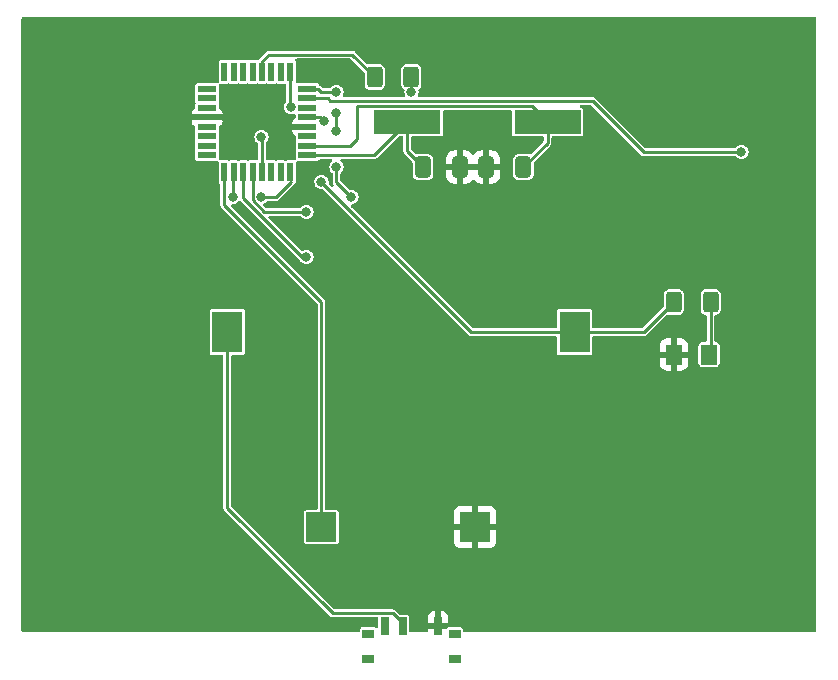
<source format=gbr>
%TF.GenerationSoftware,KiCad,Pcbnew,(6.0.0)*%
%TF.CreationDate,2022-03-26T12:46:50-04:00*%
%TF.ProjectId,old,6f6c642e-6b69-4636-9164-5f7063625858,rev?*%
%TF.SameCoordinates,Original*%
%TF.FileFunction,Copper,L2,Bot*%
%TF.FilePolarity,Positive*%
%FSLAX46Y46*%
G04 Gerber Fmt 4.6, Leading zero omitted, Abs format (unit mm)*
G04 Created by KiCad (PCBNEW (6.0.0)) date 2022-03-26 12:46:50*
%MOMM*%
%LPD*%
G01*
G04 APERTURE LIST*
G04 Aperture macros list*
%AMRoundRect*
0 Rectangle with rounded corners*
0 $1 Rounding radius*
0 $2 $3 $4 $5 $6 $7 $8 $9 X,Y pos of 4 corners*
0 Add a 4 corners polygon primitive as box body*
4,1,4,$2,$3,$4,$5,$6,$7,$8,$9,$2,$3,0*
0 Add four circle primitives for the rounded corners*
1,1,$1+$1,$2,$3*
1,1,$1+$1,$4,$5*
1,1,$1+$1,$6,$7*
1,1,$1+$1,$8,$9*
0 Add four rect primitives between the rounded corners*
20,1,$1+$1,$2,$3,$4,$5,0*
20,1,$1+$1,$4,$5,$6,$7,0*
20,1,$1+$1,$6,$7,$8,$9,0*
20,1,$1+$1,$8,$9,$2,$3,0*%
G04 Aperture macros list end*
%TA.AperFunction,SMDPad,CuDef*%
%ADD10R,5.620000X2.000000*%
%TD*%
%TA.AperFunction,SMDPad,CuDef*%
%ADD11R,2.500000X2.500000*%
%TD*%
%TA.AperFunction,SMDPad,CuDef*%
%ADD12R,0.700000X1.500000*%
%TD*%
%TA.AperFunction,SMDPad,CuDef*%
%ADD13R,1.000000X0.800000*%
%TD*%
%TA.AperFunction,SMDPad,CuDef*%
%ADD14RoundRect,0.250000X0.400000X0.625000X-0.400000X0.625000X-0.400000X-0.625000X0.400000X-0.625000X0*%
%TD*%
%TA.AperFunction,SMDPad,CuDef*%
%ADD15RoundRect,0.250000X0.412500X0.650000X-0.412500X0.650000X-0.412500X-0.650000X0.412500X-0.650000X0*%
%TD*%
%TA.AperFunction,SMDPad,CuDef*%
%ADD16RoundRect,0.250001X0.462499X0.624999X-0.462499X0.624999X-0.462499X-0.624999X0.462499X-0.624999X0*%
%TD*%
%TA.AperFunction,SMDPad,CuDef*%
%ADD17RoundRect,0.250000X-0.412500X-0.650000X0.412500X-0.650000X0.412500X0.650000X-0.412500X0.650000X0*%
%TD*%
%TA.AperFunction,SMDPad,CuDef*%
%ADD18RoundRect,0.250000X-0.400000X-0.625000X0.400000X-0.625000X0.400000X0.625000X-0.400000X0.625000X0*%
%TD*%
%TA.AperFunction,SMDPad,CuDef*%
%ADD19R,2.600000X3.500000*%
%TD*%
%TA.AperFunction,SMDPad,CuDef*%
%ADD20R,1.600000X0.550000*%
%TD*%
%TA.AperFunction,SMDPad,CuDef*%
%ADD21R,0.550000X1.600000*%
%TD*%
%TA.AperFunction,ViaPad*%
%ADD22C,0.800000*%
%TD*%
%TA.AperFunction,Conductor*%
%ADD23C,0.250000*%
%TD*%
G04 APERTURE END LIST*
D10*
%TO.P,Y1,1,1*%
%TO.N,xtalO*%
X145697500Y-80010000D03*
%TO.P,Y1,2,2*%
%TO.N,xtalI*%
X157572500Y-80010000D03*
%TD*%
D11*
%TO.P,LS1,1,1*%
%TO.N,Net-(LS1-Pad1)*%
X138430000Y-114300000D03*
%TO.P,LS1,2,2*%
%TO.N,GND*%
X151430000Y-114300000D03*
%TD*%
D12*
%TO.P,S1,A1,NO*%
%TO.N,GND*%
X148300000Y-122680000D03*
%TO.P,S1,B1,COM*%
%TO.N,Net-(BT1-Pad2)*%
X145300000Y-122680000D03*
%TO.P,S1,C1,NC*%
%TO.N,unconnected-(S1-PadC1)*%
X143800000Y-122680000D03*
D13*
%TO.P,S1,MP1,MP1*%
%TO.N,unconnected-(S1-PadMP1)*%
X149700000Y-123380000D03*
%TO.P,S1,MP2,MP2*%
%TO.N,unconnected-(S1-PadMP2)*%
X149700000Y-125480000D03*
%TO.P,S1,MP3,MP3*%
%TO.N,unconnected-(S1-PadMP3)*%
X142400000Y-125480000D03*
%TO.P,S1,MP4,MP4*%
%TO.N,unconnected-(S1-PadMP4)*%
X142400000Y-123380000D03*
%TD*%
D14*
%TO.P,R1,1*%
%TO.N,VCC*%
X146050000Y-76200000D03*
%TO.P,R1,2*%
%TO.N,Net-(R1-Pad2)*%
X142950000Y-76200000D03*
%TD*%
D15*
%TO.P,C2,1*%
%TO.N,xtalI*%
X155525000Y-83820000D03*
%TO.P,C2,2*%
%TO.N,GND*%
X152400000Y-83820000D03*
%TD*%
D16*
%TO.P,D5,1,K*%
%TO.N,Net-(D5-Pad1)*%
X171250000Y-99695000D03*
%TO.P,D5,2,A*%
%TO.N,GND*%
X168275000Y-99695000D03*
%TD*%
D17*
%TO.P,C1,1*%
%TO.N,xtalO*%
X147027500Y-83820000D03*
%TO.P,C1,2*%
%TO.N,GND*%
X150152500Y-83820000D03*
%TD*%
D18*
%TO.P,R6,1*%
%TO.N,VCC*%
X168275000Y-95250000D03*
%TO.P,R6,2*%
%TO.N,Net-(D5-Pad1)*%
X171375000Y-95250000D03*
%TD*%
D19*
%TO.P,BT1,1,+*%
%TO.N,VCC*%
X159857500Y-97790000D03*
%TO.P,BT1,2,-*%
%TO.N,Net-(BT1-Pad2)*%
X130457500Y-97790000D03*
%TD*%
D20*
%TO.P,U1,1,PD3*%
%TO.N,Net-(D2-Pad2)*%
X137247500Y-77210000D03*
%TO.P,U1,2,PD4*%
%TO.N,Net-(D3-Pad2)*%
X137247500Y-78010000D03*
%TO.P,U1,3,PE0*%
%TO.N,unconnected-(U1-Pad3)*%
X137247500Y-78810000D03*
%TO.P,U1,4,VCC*%
%TO.N,VCC*%
X137247500Y-79610000D03*
%TO.P,U1,5,GND*%
%TO.N,GND*%
X137247500Y-80410000D03*
%TO.P,U1,6,PE1*%
%TO.N,unconnected-(U1-Pad6)*%
X137247500Y-81210000D03*
%TO.P,U1,7,XTAL1/PB6*%
%TO.N,xtalI*%
X137247500Y-82010000D03*
%TO.P,U1,8,XTAL2/PB7*%
%TO.N,xtalO*%
X137247500Y-82810000D03*
D21*
%TO.P,U1,9,PD5*%
%TO.N,Net-(D4-Pad2)*%
X135797500Y-84260000D03*
%TO.P,U1,10,PD6*%
%TO.N,unconnected-(U1-Pad10)*%
X134997500Y-84260000D03*
%TO.P,U1,11,PD7*%
%TO.N,unconnected-(U1-Pad11)*%
X134197500Y-84260000D03*
%TO.P,U1,12,PB0*%
%TO.N,Net-(SW1-Pad1)*%
X133397500Y-84260000D03*
%TO.P,U1,13,PB1*%
%TO.N,Net-(SW2-Pad1)*%
X132597500Y-84260000D03*
%TO.P,U1,14,PB2*%
%TO.N,Net-(SW3-Pad1)*%
X131797500Y-84260000D03*
%TO.P,U1,15,PB3*%
%TO.N,Net-(SW4-Pad1)*%
X130997500Y-84260000D03*
%TO.P,U1,16,PB4*%
%TO.N,Net-(LS1-Pad1)*%
X130197500Y-84260000D03*
D20*
%TO.P,U1,17,PB5*%
%TO.N,unconnected-(U1-Pad17)*%
X128747500Y-82810000D03*
%TO.P,U1,18,AVCC*%
%TO.N,unconnected-(U1-Pad18)*%
X128747500Y-82010000D03*
%TO.P,U1,19,PE2*%
%TO.N,unconnected-(U1-Pad19)*%
X128747500Y-81210000D03*
%TO.P,U1,20,AREF*%
%TO.N,unconnected-(U1-Pad20)*%
X128747500Y-80410000D03*
%TO.P,U1,21,GND*%
%TO.N,GND*%
X128747500Y-79610000D03*
%TO.P,U1,22,PE3*%
%TO.N,unconnected-(U1-Pad22)*%
X128747500Y-78810000D03*
%TO.P,U1,23,PC0*%
%TO.N,unconnected-(U1-Pad23)*%
X128747500Y-78010000D03*
%TO.P,U1,24,PC1*%
%TO.N,unconnected-(U1-Pad24)*%
X128747500Y-77210000D03*
D21*
%TO.P,U1,25,PC2*%
%TO.N,unconnected-(U1-Pad25)*%
X130197500Y-75760000D03*
%TO.P,U1,26,PC3*%
%TO.N,unconnected-(U1-Pad26)*%
X130997500Y-75760000D03*
%TO.P,U1,27,PC4*%
%TO.N,unconnected-(U1-Pad27)*%
X131797500Y-75760000D03*
%TO.P,U1,28,PC5*%
%TO.N,unconnected-(U1-Pad28)*%
X132597500Y-75760000D03*
%TO.P,U1,29,~{RESET}/PC6*%
%TO.N,Net-(R1-Pad2)*%
X133397500Y-75760000D03*
%TO.P,U1,30,PD0*%
%TO.N,unconnected-(U1-Pad30)*%
X134197500Y-75760000D03*
%TO.P,U1,31,PD1*%
%TO.N,unconnected-(U1-Pad31)*%
X134997500Y-75760000D03*
%TO.P,U1,32,PD2*%
%TO.N,Net-(D1-Pad2)*%
X135797500Y-75760000D03*
%TD*%
D22*
%TO.N,VCC*%
X146050000Y-77470000D03*
%TO.N,Net-(D3-Pad2)*%
X173990000Y-82550000D03*
%TO.N,GND*%
X177800000Y-77470000D03*
X123190000Y-118110000D03*
X177800000Y-118110000D03*
X173990000Y-107950000D03*
X119380000Y-107950000D03*
X123190000Y-77470000D03*
X173990000Y-87630000D03*
X119380000Y-87630000D03*
%TO.N,Net-(D1-Pad2)*%
X135847998Y-78740000D03*
%TO.N,Net-(D2-Pad2)*%
X139700000Y-83820000D03*
X139700000Y-80734500D03*
X139700000Y-79285500D03*
X140970000Y-86360000D03*
X139700000Y-77470000D03*
%TO.N,Net-(D4-Pad2)*%
X133350000Y-86360000D03*
%TO.N,VCC*%
X138430000Y-85090000D03*
X138617345Y-79948776D03*
%TO.N,Net-(SW1-Pad1)*%
X133350000Y-81280000D03*
%TO.N,Net-(SW2-Pad1)*%
X137160000Y-87630000D03*
%TO.N,Net-(SW3-Pad1)*%
X137160000Y-91440000D03*
%TO.N,Net-(SW4-Pad1)*%
X130922000Y-86360000D03*
%TD*%
D23*
%TO.N,Net-(R1-Pad2)*%
X133397500Y-74882500D02*
X133397500Y-75760000D01*
X133985000Y-74295000D02*
X133397500Y-74882500D01*
X141045000Y-74295000D02*
X133985000Y-74295000D01*
X142950000Y-76200000D02*
X141045000Y-74295000D01*
%TO.N,VCC*%
X146050000Y-76200000D02*
X146050000Y-77470000D01*
%TO.N,Net-(D3-Pad2)*%
X165699022Y-82550000D02*
X173990000Y-82550000D01*
X161384991Y-78235969D02*
X165699022Y-82550000D01*
X139195969Y-78235969D02*
X161384991Y-78235969D01*
X137247500Y-78010000D02*
X138970000Y-78010000D01*
X138970000Y-78010000D02*
X139195969Y-78235969D01*
%TO.N,xtalO*%
X145697500Y-82490000D02*
X147027500Y-83820000D01*
X145697500Y-80010000D02*
X145697500Y-82490000D01*
%TO.N,xtalI*%
X157572500Y-81772500D02*
X155525000Y-83820000D01*
X157572500Y-80010000D02*
X157572500Y-81772500D01*
%TO.N,Net-(LS1-Pad1)*%
X138430000Y-95250000D02*
X138430000Y-114300000D01*
X130197500Y-87017500D02*
X130197500Y-84260000D01*
X138430000Y-95250000D02*
X130197500Y-87017500D01*
%TO.N,Net-(BT1-Pad2)*%
X145300000Y-122430978D02*
X145300000Y-122680000D01*
X144474511Y-121605489D02*
X145300000Y-122430978D01*
X130457500Y-112677500D02*
X139385489Y-121605489D01*
X139385489Y-121605489D02*
X144474511Y-121605489D01*
X130457500Y-97790000D02*
X130457500Y-112677500D01*
%TO.N,xtalO*%
X142897500Y-82810000D02*
X137247500Y-82810000D01*
X145697500Y-80010000D02*
X142897500Y-82810000D01*
%TO.N,xtalI*%
X157572500Y-80010000D02*
X156247989Y-78685489D01*
X140875000Y-82010000D02*
X137247500Y-82010000D01*
X156247989Y-78685489D02*
X141435489Y-78685489D01*
X141435489Y-81449511D02*
X140875000Y-82010000D01*
X141435489Y-78685489D02*
X141435489Y-81449511D01*
%TO.N,Net-(D1-Pad2)*%
X135847998Y-78740000D02*
X135797500Y-78689502D01*
X135797500Y-78689502D02*
X135797500Y-75760000D01*
%TO.N,Net-(D2-Pad2)*%
X139700000Y-79285500D02*
X139700000Y-80645000D01*
X138112011Y-77210000D02*
X137247500Y-77210000D01*
X139700000Y-77470000D02*
X138372011Y-77470000D01*
X138372011Y-77470000D02*
X138112011Y-77210000D01*
X139700000Y-85090000D02*
X139700000Y-83820000D01*
X139700000Y-80645000D02*
X139700000Y-80734500D01*
X140970000Y-86360000D02*
X139700000Y-85090000D01*
%TO.N,Net-(D4-Pad2)*%
X134620000Y-86360000D02*
X135890000Y-85090000D01*
X133350000Y-86360000D02*
X134620000Y-86360000D01*
%TO.N,VCC*%
X165735000Y-97790000D02*
X168275000Y-95250000D01*
X138430000Y-85090000D02*
X151130000Y-97790000D01*
X137247500Y-79610000D02*
X138278569Y-79610000D01*
X151130000Y-97790000D02*
X159857500Y-97790000D01*
X138278569Y-79610000D02*
X138617345Y-79948776D01*
X159857500Y-97790000D02*
X165735000Y-97790000D01*
%TO.N,Net-(SW1-Pad1)*%
X133350000Y-81280000D02*
X133397500Y-81327500D01*
X133397500Y-81327500D02*
X133397500Y-84260000D01*
%TO.N,Net-(SW2-Pad1)*%
X137160000Y-87630000D02*
X133595386Y-87630000D01*
X132597500Y-86632114D02*
X132597500Y-84260000D01*
X133595386Y-87630000D02*
X132597500Y-86632114D01*
%TO.N,Net-(SW3-Pad1)*%
X137160000Y-91440000D02*
X136769668Y-91440000D01*
X136769668Y-91440000D02*
X131797500Y-86467832D01*
X131797500Y-86467832D02*
X131797500Y-84260000D01*
%TO.N,Net-(SW4-Pad1)*%
X130922000Y-86360000D02*
X130922000Y-84335500D01*
X130922000Y-84335500D02*
X130997500Y-84260000D01*
%TO.N,Net-(D5-Pad1)*%
X171375000Y-95250000D02*
X171375000Y-99570000D01*
X171375000Y-99570000D02*
X171250000Y-99695000D01*
%TD*%
%TA.AperFunction,Conductor*%
%TO.N,GND*%
G36*
X180282121Y-71140002D02*
G01*
X180328614Y-71193658D01*
X180340000Y-71246000D01*
X180340000Y-123064000D01*
X180319998Y-123132121D01*
X180266342Y-123178614D01*
X180214000Y-123190000D01*
X150526500Y-123190000D01*
X150458379Y-123169998D01*
X150411886Y-123116342D01*
X150400500Y-123064000D01*
X150400500Y-122960252D01*
X150388867Y-122901769D01*
X150344552Y-122835448D01*
X150278231Y-122791133D01*
X150266062Y-122788712D01*
X150266061Y-122788712D01*
X150225816Y-122780707D01*
X150219748Y-122779500D01*
X149180252Y-122779500D01*
X149174184Y-122780707D01*
X149133939Y-122788712D01*
X149133938Y-122788712D01*
X149121769Y-122791133D01*
X149055448Y-122835448D01*
X149048557Y-122845761D01*
X149048554Y-122845764D01*
X149027012Y-122878003D01*
X148972535Y-122923530D01*
X148922248Y-122934000D01*
X147460116Y-122934000D01*
X147444877Y-122938475D01*
X147443672Y-122939865D01*
X147442001Y-122947548D01*
X147442001Y-123064000D01*
X147421999Y-123132121D01*
X147368343Y-123178614D01*
X147316001Y-123190000D01*
X145976500Y-123190000D01*
X145908379Y-123169998D01*
X145861886Y-123116342D01*
X145850500Y-123064000D01*
X145850500Y-122407885D01*
X147442000Y-122407885D01*
X147446475Y-122423124D01*
X147447865Y-122424329D01*
X147455548Y-122426000D01*
X148027885Y-122426000D01*
X148043124Y-122421525D01*
X148044329Y-122420135D01*
X148046000Y-122412452D01*
X148046000Y-122407885D01*
X148554000Y-122407885D01*
X148558475Y-122423124D01*
X148559865Y-122424329D01*
X148567548Y-122426000D01*
X149139884Y-122426000D01*
X149155123Y-122421525D01*
X149156328Y-122420135D01*
X149157999Y-122412452D01*
X149157999Y-121885331D01*
X149157629Y-121878510D01*
X149152105Y-121827648D01*
X149148479Y-121812396D01*
X149103324Y-121691946D01*
X149094786Y-121676351D01*
X149018285Y-121574276D01*
X149005724Y-121561715D01*
X148903649Y-121485214D01*
X148888054Y-121476676D01*
X148767606Y-121431522D01*
X148752351Y-121427895D01*
X148701486Y-121422369D01*
X148694672Y-121422000D01*
X148572115Y-121422000D01*
X148556876Y-121426475D01*
X148555671Y-121427865D01*
X148554000Y-121435548D01*
X148554000Y-122407885D01*
X148046000Y-122407885D01*
X148046000Y-121440116D01*
X148041525Y-121424877D01*
X148040135Y-121423672D01*
X148032452Y-121422001D01*
X147905331Y-121422001D01*
X147898510Y-121422371D01*
X147847648Y-121427895D01*
X147832396Y-121431521D01*
X147711946Y-121476676D01*
X147696351Y-121485214D01*
X147594276Y-121561715D01*
X147581715Y-121574276D01*
X147505214Y-121676351D01*
X147496676Y-121691946D01*
X147451522Y-121812394D01*
X147447895Y-121827649D01*
X147442369Y-121878514D01*
X147442000Y-121885328D01*
X147442000Y-122407885D01*
X145850500Y-122407885D01*
X145850500Y-121910252D01*
X145845166Y-121883434D01*
X145841288Y-121863939D01*
X145841288Y-121863938D01*
X145838867Y-121851769D01*
X145794552Y-121785448D01*
X145728231Y-121741133D01*
X145716062Y-121738712D01*
X145716061Y-121738712D01*
X145675816Y-121730707D01*
X145669748Y-121729500D01*
X145111038Y-121729500D01*
X145042917Y-121709498D01*
X145021943Y-121692595D01*
X144718622Y-121389274D01*
X144711195Y-121381170D01*
X144694052Y-121360740D01*
X144694053Y-121360740D01*
X144686966Y-121352295D01*
X144677417Y-121346782D01*
X144654326Y-121333450D01*
X144645055Y-121327544D01*
X144623226Y-121312259D01*
X144614195Y-121305935D01*
X144603545Y-121303081D01*
X144600377Y-121301604D01*
X144597101Y-121300412D01*
X144587556Y-121294901D01*
X144553812Y-121288951D01*
X144550453Y-121288359D01*
X144539726Y-121285981D01*
X144503318Y-121276225D01*
X144492333Y-121277186D01*
X144492331Y-121277186D01*
X144465783Y-121279509D01*
X144454801Y-121279989D01*
X139572505Y-121279989D01*
X139504384Y-121259987D01*
X139483410Y-121243084D01*
X130819905Y-112579579D01*
X130785879Y-112517267D01*
X130783000Y-112490484D01*
X130783000Y-99866500D01*
X130803002Y-99798379D01*
X130856658Y-99751886D01*
X130909000Y-99740500D01*
X131777248Y-99740500D01*
X131783316Y-99739293D01*
X131823561Y-99731288D01*
X131823562Y-99731288D01*
X131835731Y-99728867D01*
X131902052Y-99684552D01*
X131946367Y-99618231D01*
X131958000Y-99559748D01*
X131958000Y-96020252D01*
X131946367Y-95961769D01*
X131902052Y-95895448D01*
X131835731Y-95851133D01*
X131823562Y-95848712D01*
X131823561Y-95848712D01*
X131783316Y-95840707D01*
X131777248Y-95839500D01*
X129137752Y-95839500D01*
X129131684Y-95840707D01*
X129091439Y-95848712D01*
X129091438Y-95848712D01*
X129079269Y-95851133D01*
X129012948Y-95895448D01*
X128968633Y-95961769D01*
X128957000Y-96020252D01*
X128957000Y-99559748D01*
X128968633Y-99618231D01*
X129012948Y-99684552D01*
X129079269Y-99728867D01*
X129091438Y-99731288D01*
X129091439Y-99731288D01*
X129131684Y-99739293D01*
X129137752Y-99740500D01*
X130006000Y-99740500D01*
X130074121Y-99760502D01*
X130120614Y-99814158D01*
X130132000Y-99866500D01*
X130132000Y-112657790D01*
X130131520Y-112668772D01*
X130129289Y-112694276D01*
X130128236Y-112706307D01*
X130137991Y-112742710D01*
X130140370Y-112753442D01*
X130146912Y-112790545D01*
X130152423Y-112800090D01*
X130153615Y-112803366D01*
X130155092Y-112806534D01*
X130157946Y-112817184D01*
X130164270Y-112826215D01*
X130179555Y-112848044D01*
X130185461Y-112857315D01*
X130198793Y-112880406D01*
X130204306Y-112889955D01*
X130222770Y-112905448D01*
X130233182Y-112914185D01*
X130241285Y-112921611D01*
X139141378Y-121821704D01*
X139148805Y-121829808D01*
X139173034Y-121858683D01*
X139182583Y-121864196D01*
X139205674Y-121877528D01*
X139214945Y-121883434D01*
X139245805Y-121905043D01*
X139256456Y-121907897D01*
X139259629Y-121909377D01*
X139262901Y-121910568D01*
X139272444Y-121916077D01*
X139309565Y-121922623D01*
X139320272Y-121924997D01*
X139356682Y-121934752D01*
X139367657Y-121933792D01*
X139367659Y-121933792D01*
X139394220Y-121931468D01*
X139405201Y-121930989D01*
X143123500Y-121930989D01*
X143191621Y-121950991D01*
X143238114Y-122004647D01*
X143249500Y-122056989D01*
X143249500Y-122739628D01*
X143229498Y-122807749D01*
X143175842Y-122854242D01*
X143105568Y-122864346D01*
X143045544Y-122836933D01*
X143044552Y-122835448D01*
X142978231Y-122791133D01*
X142966062Y-122788712D01*
X142966061Y-122788712D01*
X142925816Y-122780707D01*
X142919748Y-122779500D01*
X141880252Y-122779500D01*
X141874184Y-122780707D01*
X141833939Y-122788712D01*
X141833938Y-122788712D01*
X141821769Y-122791133D01*
X141755448Y-122835448D01*
X141711133Y-122901769D01*
X141699500Y-122960252D01*
X141699500Y-123064000D01*
X141679498Y-123132121D01*
X141625842Y-123178614D01*
X141573500Y-123190000D01*
X113156000Y-123190000D01*
X113087879Y-123169998D01*
X113041386Y-123116342D01*
X113030000Y-123064000D01*
X113030000Y-79337885D01*
X127439500Y-79337885D01*
X127443975Y-79353124D01*
X127445365Y-79354329D01*
X127453048Y-79356000D01*
X130037384Y-79356000D01*
X130052623Y-79351525D01*
X130053828Y-79350135D01*
X130055499Y-79342452D01*
X130055499Y-79290331D01*
X130055129Y-79283510D01*
X130049605Y-79232648D01*
X130045979Y-79217396D01*
X130000824Y-79096946D01*
X129992286Y-79081351D01*
X129915785Y-78979276D01*
X129903224Y-78966715D01*
X129798435Y-78888180D01*
X129755920Y-78831321D01*
X129748000Y-78787354D01*
X129748000Y-78515252D01*
X129736367Y-78456769D01*
X129733774Y-78452888D01*
X129726757Y-78387630D01*
X129732004Y-78369761D01*
X129736367Y-78363231D01*
X129748000Y-78304748D01*
X129748000Y-77715252D01*
X129736367Y-77656769D01*
X129733774Y-77652888D01*
X129726757Y-77587630D01*
X129732004Y-77569761D01*
X129736367Y-77563231D01*
X129748000Y-77504748D01*
X129748000Y-76915252D01*
X129746363Y-76907023D01*
X129746467Y-76905869D01*
X129746186Y-76903021D01*
X129746726Y-76902968D01*
X129752690Y-76836311D01*
X129796244Y-76780243D01*
X129863196Y-76756623D01*
X129894520Y-76758863D01*
X129902752Y-76760500D01*
X130492248Y-76760500D01*
X130550731Y-76748867D01*
X130554612Y-76746274D01*
X130619870Y-76739257D01*
X130637739Y-76744504D01*
X130644269Y-76748867D01*
X130702752Y-76760500D01*
X131292248Y-76760500D01*
X131350731Y-76748867D01*
X131354612Y-76746274D01*
X131419870Y-76739257D01*
X131437739Y-76744504D01*
X131444269Y-76748867D01*
X131502752Y-76760500D01*
X132092248Y-76760500D01*
X132150731Y-76748867D01*
X132154612Y-76746274D01*
X132219870Y-76739257D01*
X132237739Y-76744504D01*
X132244269Y-76748867D01*
X132302752Y-76760500D01*
X132892248Y-76760500D01*
X132950731Y-76748867D01*
X132954612Y-76746274D01*
X133019870Y-76739257D01*
X133037739Y-76744504D01*
X133044269Y-76748867D01*
X133102752Y-76760500D01*
X133692248Y-76760500D01*
X133750731Y-76748867D01*
X133754612Y-76746274D01*
X133819870Y-76739257D01*
X133837739Y-76744504D01*
X133844269Y-76748867D01*
X133902752Y-76760500D01*
X134492248Y-76760500D01*
X134550731Y-76748867D01*
X134554612Y-76746274D01*
X134619870Y-76739257D01*
X134637739Y-76744504D01*
X134644269Y-76748867D01*
X134702752Y-76760500D01*
X135292248Y-76760500D01*
X135298311Y-76759294D01*
X135298321Y-76759293D01*
X135321421Y-76754698D01*
X135392134Y-76761027D01*
X135448201Y-76804582D01*
X135472000Y-76878277D01*
X135472000Y-78209463D01*
X135451998Y-78277584D01*
X135431317Y-78300064D01*
X135432106Y-78300853D01*
X135426269Y-78306690D01*
X135419716Y-78311718D01*
X135323462Y-78437159D01*
X135262954Y-78583238D01*
X135242316Y-78740000D01*
X135262954Y-78896762D01*
X135323462Y-79042841D01*
X135419716Y-79168282D01*
X135545157Y-79264536D01*
X135691236Y-79325044D01*
X135847998Y-79345682D01*
X135856186Y-79344604D01*
X135859468Y-79344172D01*
X136004760Y-79325044D01*
X136072783Y-79296868D01*
X136143371Y-79289279D01*
X136206858Y-79321058D01*
X136243086Y-79382116D01*
X136247000Y-79413277D01*
X136247000Y-79587354D01*
X136226998Y-79655475D01*
X136196565Y-79688180D01*
X136091776Y-79766715D01*
X136079215Y-79779276D01*
X136002714Y-79881351D01*
X135994176Y-79896946D01*
X135949022Y-80017394D01*
X135945395Y-80032649D01*
X135939869Y-80083514D01*
X135939500Y-80090328D01*
X135939500Y-80137885D01*
X135943975Y-80153124D01*
X135945365Y-80154329D01*
X135953048Y-80156000D01*
X137375500Y-80156000D01*
X137443621Y-80176002D01*
X137490114Y-80229658D01*
X137501500Y-80282000D01*
X137501500Y-80538000D01*
X137481498Y-80606121D01*
X137427842Y-80652614D01*
X137375500Y-80664000D01*
X135957616Y-80664000D01*
X135942377Y-80668475D01*
X135941172Y-80669865D01*
X135939501Y-80677548D01*
X135939501Y-80729669D01*
X135939871Y-80736490D01*
X135945395Y-80787352D01*
X135949021Y-80802604D01*
X135994176Y-80923054D01*
X136002714Y-80938649D01*
X136079215Y-81040724D01*
X136091776Y-81053285D01*
X136196565Y-81131820D01*
X136239080Y-81188679D01*
X136247000Y-81232646D01*
X136247000Y-81504748D01*
X136258633Y-81563231D01*
X136261226Y-81567112D01*
X136268243Y-81632370D01*
X136262996Y-81650239D01*
X136258633Y-81656769D01*
X136247000Y-81715252D01*
X136247000Y-82304748D01*
X136258633Y-82363231D01*
X136261226Y-82367112D01*
X136268243Y-82432370D01*
X136262996Y-82450239D01*
X136258633Y-82456769D01*
X136247000Y-82515252D01*
X136247000Y-83104748D01*
X136248637Y-83112977D01*
X136248533Y-83114131D01*
X136248814Y-83116979D01*
X136248274Y-83117032D01*
X136242310Y-83183689D01*
X136198756Y-83239757D01*
X136131804Y-83263377D01*
X136100480Y-83261137D01*
X136092248Y-83259500D01*
X135502752Y-83259500D01*
X135444269Y-83271133D01*
X135440388Y-83273726D01*
X135375130Y-83280743D01*
X135357261Y-83275496D01*
X135350731Y-83271133D01*
X135292248Y-83259500D01*
X134702752Y-83259500D01*
X134644269Y-83271133D01*
X134640388Y-83273726D01*
X134575130Y-83280743D01*
X134557261Y-83275496D01*
X134550731Y-83271133D01*
X134492248Y-83259500D01*
X133902752Y-83259500D01*
X133896689Y-83260706D01*
X133896679Y-83260707D01*
X133873579Y-83265302D01*
X133802866Y-83258973D01*
X133746799Y-83215418D01*
X133723000Y-83141723D01*
X133723000Y-81812838D01*
X133743002Y-81744717D01*
X133766221Y-81719480D01*
X133765891Y-81719150D01*
X133771737Y-81713304D01*
X133778282Y-81708282D01*
X133874536Y-81582841D01*
X133935044Y-81436762D01*
X133955682Y-81280000D01*
X133935044Y-81123238D01*
X133874536Y-80977159D01*
X133778282Y-80851718D01*
X133652841Y-80755464D01*
X133506762Y-80694956D01*
X133350000Y-80674318D01*
X133193238Y-80694956D01*
X133047159Y-80755464D01*
X132921718Y-80851718D01*
X132825464Y-80977159D01*
X132764956Y-81123238D01*
X132744318Y-81280000D01*
X132764956Y-81436762D01*
X132825464Y-81582841D01*
X132921718Y-81708282D01*
X132928264Y-81713305D01*
X133022704Y-81785771D01*
X133064571Y-81843109D01*
X133072000Y-81885734D01*
X133072000Y-83141723D01*
X133051998Y-83209844D01*
X132998342Y-83256337D01*
X132921421Y-83265302D01*
X132898321Y-83260707D01*
X132898311Y-83260706D01*
X132892248Y-83259500D01*
X132302752Y-83259500D01*
X132244269Y-83271133D01*
X132240388Y-83273726D01*
X132175130Y-83280743D01*
X132157261Y-83275496D01*
X132150731Y-83271133D01*
X132092248Y-83259500D01*
X131502752Y-83259500D01*
X131444269Y-83271133D01*
X131440388Y-83273726D01*
X131375130Y-83280743D01*
X131357261Y-83275496D01*
X131350731Y-83271133D01*
X131292248Y-83259500D01*
X130702752Y-83259500D01*
X130644269Y-83271133D01*
X130640388Y-83273726D01*
X130575130Y-83280743D01*
X130557261Y-83275496D01*
X130550731Y-83271133D01*
X130492248Y-83259500D01*
X129902752Y-83259500D01*
X129894523Y-83261137D01*
X129893369Y-83261033D01*
X129890521Y-83261314D01*
X129890468Y-83260774D01*
X129823811Y-83254810D01*
X129767743Y-83211256D01*
X129744123Y-83144304D01*
X129746363Y-83112980D01*
X129748000Y-83104748D01*
X129748000Y-82515252D01*
X129736367Y-82456769D01*
X129733774Y-82452888D01*
X129726757Y-82387630D01*
X129732004Y-82369761D01*
X129736367Y-82363231D01*
X129748000Y-82304748D01*
X129748000Y-81715252D01*
X129736367Y-81656769D01*
X129733774Y-81652888D01*
X129726757Y-81587630D01*
X129732004Y-81569761D01*
X129736367Y-81563231D01*
X129748000Y-81504748D01*
X129748000Y-80915252D01*
X129736367Y-80856769D01*
X129733774Y-80852888D01*
X129726757Y-80787630D01*
X129732004Y-80769761D01*
X129736367Y-80763231D01*
X129748000Y-80704748D01*
X129748000Y-80432646D01*
X129768002Y-80364525D01*
X129798435Y-80331820D01*
X129903224Y-80253285D01*
X129915785Y-80240724D01*
X129992286Y-80138649D01*
X130000824Y-80123054D01*
X130045978Y-80002606D01*
X130049605Y-79987351D01*
X130055131Y-79936486D01*
X130055500Y-79929672D01*
X130055500Y-79882115D01*
X130051025Y-79866876D01*
X130049635Y-79865671D01*
X130041952Y-79864000D01*
X127457616Y-79864000D01*
X127442377Y-79868475D01*
X127441172Y-79869865D01*
X127439501Y-79877548D01*
X127439501Y-79929669D01*
X127439871Y-79936490D01*
X127445395Y-79987352D01*
X127449021Y-80002604D01*
X127494176Y-80123054D01*
X127502714Y-80138649D01*
X127579215Y-80240724D01*
X127591776Y-80253285D01*
X127696565Y-80331820D01*
X127739080Y-80388679D01*
X127747000Y-80432646D01*
X127747000Y-80704748D01*
X127758633Y-80763231D01*
X127761226Y-80767112D01*
X127768243Y-80832370D01*
X127762996Y-80850239D01*
X127758633Y-80856769D01*
X127747000Y-80915252D01*
X127747000Y-81504748D01*
X127758633Y-81563231D01*
X127761226Y-81567112D01*
X127768243Y-81632370D01*
X127762996Y-81650239D01*
X127758633Y-81656769D01*
X127747000Y-81715252D01*
X127747000Y-82304748D01*
X127758633Y-82363231D01*
X127761226Y-82367112D01*
X127768243Y-82432370D01*
X127762996Y-82450239D01*
X127758633Y-82456769D01*
X127747000Y-82515252D01*
X127747000Y-83104748D01*
X127748206Y-83110809D01*
X127748207Y-83110816D01*
X127755200Y-83145970D01*
X127758633Y-83163231D01*
X127802948Y-83229552D01*
X127813261Y-83236443D01*
X127850218Y-83261137D01*
X127869269Y-83273867D01*
X127881438Y-83276288D01*
X127881439Y-83276288D01*
X127908261Y-83281623D01*
X127927752Y-83285500D01*
X129567248Y-83285500D01*
X129575477Y-83283863D01*
X129576631Y-83283967D01*
X129579479Y-83283686D01*
X129579532Y-83284226D01*
X129646189Y-83290190D01*
X129702257Y-83333744D01*
X129725877Y-83400696D01*
X129723637Y-83432020D01*
X129722000Y-83440252D01*
X129722000Y-85079748D01*
X129733633Y-85138231D01*
X129777948Y-85204552D01*
X129788261Y-85211443D01*
X129816003Y-85229980D01*
X129861530Y-85284458D01*
X129872000Y-85334745D01*
X129872000Y-86997790D01*
X129871520Y-87008772D01*
X129870066Y-87025396D01*
X129868236Y-87046307D01*
X129871090Y-87056956D01*
X129877991Y-87082710D01*
X129880370Y-87093442D01*
X129886912Y-87130545D01*
X129892423Y-87140090D01*
X129893615Y-87143366D01*
X129895092Y-87146534D01*
X129897946Y-87157184D01*
X129904270Y-87166215D01*
X129919555Y-87188044D01*
X129925461Y-87197315D01*
X129931783Y-87208264D01*
X129944306Y-87229955D01*
X129952751Y-87237041D01*
X129973182Y-87254185D01*
X129981285Y-87261611D01*
X138067595Y-95347921D01*
X138101621Y-95410233D01*
X138104500Y-95437016D01*
X138104500Y-112723500D01*
X138084498Y-112791621D01*
X138030842Y-112838114D01*
X137978500Y-112849500D01*
X137160252Y-112849500D01*
X137154184Y-112850707D01*
X137113939Y-112858712D01*
X137113938Y-112858712D01*
X137101769Y-112861133D01*
X137035448Y-112905448D01*
X136991133Y-112971769D01*
X136979500Y-113030252D01*
X136979500Y-115569748D01*
X136991133Y-115628231D01*
X137035448Y-115694552D01*
X137101769Y-115738867D01*
X137113938Y-115741288D01*
X137113939Y-115741288D01*
X137154184Y-115749293D01*
X137160252Y-115750500D01*
X139699748Y-115750500D01*
X139705816Y-115749293D01*
X139746061Y-115741288D01*
X139746062Y-115741288D01*
X139758231Y-115738867D01*
X139824552Y-115694552D01*
X139868867Y-115628231D01*
X139875543Y-115594669D01*
X149672001Y-115594669D01*
X149672371Y-115601490D01*
X149677895Y-115652352D01*
X149681521Y-115667604D01*
X149726676Y-115788054D01*
X149735214Y-115803649D01*
X149811715Y-115905724D01*
X149824276Y-115918285D01*
X149926351Y-115994786D01*
X149941946Y-116003324D01*
X150062394Y-116048478D01*
X150077649Y-116052105D01*
X150128514Y-116057631D01*
X150135328Y-116058000D01*
X151157885Y-116058000D01*
X151173124Y-116053525D01*
X151174329Y-116052135D01*
X151176000Y-116044452D01*
X151176000Y-116039884D01*
X151684000Y-116039884D01*
X151688475Y-116055123D01*
X151689865Y-116056328D01*
X151697548Y-116057999D01*
X152724669Y-116057999D01*
X152731490Y-116057629D01*
X152782352Y-116052105D01*
X152797604Y-116048479D01*
X152918054Y-116003324D01*
X152933649Y-115994786D01*
X153035724Y-115918285D01*
X153048285Y-115905724D01*
X153124786Y-115803649D01*
X153133324Y-115788054D01*
X153178478Y-115667606D01*
X153182105Y-115652351D01*
X153187631Y-115601486D01*
X153188000Y-115594672D01*
X153188000Y-114572115D01*
X153183525Y-114556876D01*
X153182135Y-114555671D01*
X153174452Y-114554000D01*
X151702115Y-114554000D01*
X151686876Y-114558475D01*
X151685671Y-114559865D01*
X151684000Y-114567548D01*
X151684000Y-116039884D01*
X151176000Y-116039884D01*
X151176000Y-114572115D01*
X151171525Y-114556876D01*
X151170135Y-114555671D01*
X151162452Y-114554000D01*
X149690116Y-114554000D01*
X149674877Y-114558475D01*
X149673672Y-114559865D01*
X149672001Y-114567548D01*
X149672001Y-115594669D01*
X139875543Y-115594669D01*
X139880500Y-115569748D01*
X139880500Y-114027885D01*
X149672000Y-114027885D01*
X149676475Y-114043124D01*
X149677865Y-114044329D01*
X149685548Y-114046000D01*
X151157885Y-114046000D01*
X151173124Y-114041525D01*
X151174329Y-114040135D01*
X151176000Y-114032452D01*
X151176000Y-114027885D01*
X151684000Y-114027885D01*
X151688475Y-114043124D01*
X151689865Y-114044329D01*
X151697548Y-114046000D01*
X153169884Y-114046000D01*
X153185123Y-114041525D01*
X153186328Y-114040135D01*
X153187999Y-114032452D01*
X153187999Y-113005331D01*
X153187629Y-112998510D01*
X153182105Y-112947648D01*
X153178479Y-112932396D01*
X153133324Y-112811946D01*
X153124786Y-112796351D01*
X153048285Y-112694276D01*
X153035724Y-112681715D01*
X152933649Y-112605214D01*
X152918054Y-112596676D01*
X152797606Y-112551522D01*
X152782351Y-112547895D01*
X152731486Y-112542369D01*
X152724672Y-112542000D01*
X151702115Y-112542000D01*
X151686876Y-112546475D01*
X151685671Y-112547865D01*
X151684000Y-112555548D01*
X151684000Y-114027885D01*
X151176000Y-114027885D01*
X151176000Y-112560116D01*
X151171525Y-112544877D01*
X151170135Y-112543672D01*
X151162452Y-112542001D01*
X150135331Y-112542001D01*
X150128510Y-112542371D01*
X150077648Y-112547895D01*
X150062396Y-112551521D01*
X149941946Y-112596676D01*
X149926351Y-112605214D01*
X149824276Y-112681715D01*
X149811715Y-112694276D01*
X149735214Y-112796351D01*
X149726676Y-112811946D01*
X149681522Y-112932394D01*
X149677895Y-112947649D01*
X149672369Y-112998514D01*
X149672000Y-113005328D01*
X149672000Y-114027885D01*
X139880500Y-114027885D01*
X139880500Y-113030252D01*
X139868867Y-112971769D01*
X139824552Y-112905448D01*
X139758231Y-112861133D01*
X139746062Y-112858712D01*
X139746061Y-112858712D01*
X139705816Y-112850707D01*
X139699748Y-112849500D01*
X138881500Y-112849500D01*
X138813379Y-112829498D01*
X138766886Y-112775842D01*
X138755500Y-112723500D01*
X138755500Y-100367096D01*
X167054500Y-100367096D01*
X167054837Y-100373611D01*
X167064756Y-100469203D01*
X167067650Y-100482602D01*
X167119088Y-100636783D01*
X167125262Y-100649962D01*
X167210563Y-100787807D01*
X167219599Y-100799208D01*
X167334330Y-100913739D01*
X167345741Y-100922751D01*
X167483745Y-101007818D01*
X167496923Y-101013962D01*
X167651216Y-101065139D01*
X167664581Y-101068005D01*
X167758939Y-101077672D01*
X167765355Y-101078000D01*
X168002885Y-101078000D01*
X168018124Y-101073525D01*
X168019329Y-101072135D01*
X168021000Y-101064452D01*
X168021000Y-101059885D01*
X168529000Y-101059885D01*
X168533475Y-101075124D01*
X168534865Y-101076329D01*
X168542548Y-101078000D01*
X168784596Y-101078000D01*
X168791111Y-101077663D01*
X168886703Y-101067744D01*
X168900102Y-101064850D01*
X169054283Y-101013412D01*
X169067462Y-101007238D01*
X169205307Y-100921937D01*
X169216708Y-100912901D01*
X169331239Y-100798170D01*
X169340251Y-100786759D01*
X169425318Y-100648755D01*
X169431462Y-100635577D01*
X169482639Y-100481284D01*
X169485505Y-100467919D01*
X169495172Y-100373561D01*
X169495500Y-100367145D01*
X169495500Y-99967115D01*
X169491025Y-99951876D01*
X169489635Y-99950671D01*
X169481952Y-99949000D01*
X168547115Y-99949000D01*
X168531876Y-99953475D01*
X168530671Y-99954865D01*
X168529000Y-99962548D01*
X168529000Y-101059885D01*
X168021000Y-101059885D01*
X168021000Y-99967115D01*
X168016525Y-99951876D01*
X168015135Y-99950671D01*
X168007452Y-99949000D01*
X167072615Y-99949000D01*
X167057376Y-99953475D01*
X167056171Y-99954865D01*
X167054500Y-99962548D01*
X167054500Y-100367096D01*
X138755500Y-100367096D01*
X138755500Y-95269713D01*
X138755979Y-95258732D01*
X138758303Y-95232170D01*
X138758303Y-95232168D01*
X138759263Y-95221193D01*
X138749508Y-95184783D01*
X138747133Y-95174072D01*
X138742501Y-95147806D01*
X138740588Y-95136955D01*
X138735079Y-95127412D01*
X138733888Y-95124140D01*
X138732408Y-95120967D01*
X138729554Y-95110316D01*
X138707945Y-95079456D01*
X138702039Y-95070185D01*
X138688707Y-95047094D01*
X138683194Y-95037545D01*
X138654317Y-95013315D01*
X138646215Y-95005889D01*
X130820025Y-87179699D01*
X130785999Y-87117387D01*
X130791064Y-87046572D01*
X130833611Y-86989736D01*
X130900131Y-86964925D01*
X130909120Y-86964604D01*
X130913812Y-86964604D01*
X130922000Y-86965682D01*
X130930188Y-86964604D01*
X131070574Y-86946122D01*
X131078762Y-86945044D01*
X131224841Y-86884536D01*
X131350282Y-86788282D01*
X131355305Y-86781736D01*
X131355309Y-86781732D01*
X131396259Y-86728365D01*
X131453597Y-86686498D01*
X131524468Y-86682276D01*
X131585316Y-86715974D01*
X136525567Y-91656225D01*
X136532995Y-91664331D01*
X136557213Y-91693194D01*
X136589852Y-91712038D01*
X136599114Y-91717938D01*
X136620489Y-91732904D01*
X136648180Y-91759413D01*
X136726692Y-91861733D01*
X136726695Y-91861736D01*
X136731718Y-91868282D01*
X136857159Y-91964536D01*
X137003238Y-92025044D01*
X137160000Y-92045682D01*
X137168188Y-92044604D01*
X137308574Y-92026122D01*
X137316762Y-92025044D01*
X137462841Y-91964536D01*
X137588282Y-91868282D01*
X137684536Y-91742841D01*
X137745044Y-91596762D01*
X137765682Y-91440000D01*
X137745044Y-91283238D01*
X137684536Y-91137159D01*
X137588282Y-91011718D01*
X137462841Y-90915464D01*
X137316762Y-90854956D01*
X137160000Y-90834318D01*
X137003238Y-90854956D01*
X136995609Y-90858116D01*
X136864787Y-90912304D01*
X136864785Y-90912305D01*
X136857159Y-90915464D01*
X136850612Y-90920488D01*
X136845500Y-90923439D01*
X136776504Y-90940175D01*
X136709413Y-90916953D01*
X136693408Y-90903413D01*
X133960589Y-88170595D01*
X133926563Y-88108283D01*
X133931628Y-88037468D01*
X133974175Y-87980632D01*
X134040695Y-87955821D01*
X134049684Y-87955500D01*
X136590714Y-87955500D01*
X136658835Y-87975502D01*
X136690677Y-88004796D01*
X136731718Y-88058282D01*
X136857159Y-88154536D01*
X137003238Y-88215044D01*
X137160000Y-88235682D01*
X137168188Y-88234604D01*
X137308574Y-88216122D01*
X137316762Y-88215044D01*
X137462841Y-88154536D01*
X137588282Y-88058282D01*
X137684536Y-87932841D01*
X137745044Y-87786762D01*
X137765682Y-87630000D01*
X137745044Y-87473238D01*
X137684536Y-87327159D01*
X137588282Y-87201718D01*
X137462841Y-87105464D01*
X137316762Y-87044956D01*
X137255981Y-87036954D01*
X137168188Y-87025396D01*
X137160000Y-87024318D01*
X137151812Y-87025396D01*
X137064020Y-87036954D01*
X137003238Y-87044956D01*
X136857159Y-87105464D01*
X136731718Y-87201718D01*
X136726695Y-87208264D01*
X136690677Y-87255204D01*
X136633339Y-87297071D01*
X136590714Y-87304500D01*
X133782402Y-87304500D01*
X133714281Y-87284498D01*
X133693307Y-87267595D01*
X133543932Y-87118220D01*
X133509906Y-87055908D01*
X133514971Y-86985093D01*
X133557518Y-86928257D01*
X133584809Y-86912716D01*
X133601788Y-86905683D01*
X133652841Y-86884536D01*
X133778282Y-86788282D01*
X133819323Y-86734796D01*
X133876661Y-86692929D01*
X133919286Y-86685500D01*
X134600290Y-86685500D01*
X134611272Y-86685980D01*
X134637820Y-86688303D01*
X134637822Y-86688303D01*
X134648807Y-86689264D01*
X134685215Y-86679508D01*
X134695942Y-86677130D01*
X134699301Y-86676538D01*
X134733045Y-86670588D01*
X134742590Y-86665077D01*
X134745866Y-86663885D01*
X134749034Y-86662408D01*
X134759684Y-86659554D01*
X134790544Y-86637945D01*
X134799815Y-86632039D01*
X134822910Y-86618705D01*
X134822911Y-86618704D01*
X134832455Y-86613194D01*
X134856685Y-86584319D01*
X134864110Y-86576217D01*
X136140298Y-85300029D01*
X136143456Y-85295519D01*
X136143461Y-85295513D01*
X136185702Y-85235186D01*
X136199821Y-85218359D01*
X136206734Y-85211447D01*
X136217052Y-85204552D01*
X136225312Y-85192191D01*
X136254474Y-85148547D01*
X136261367Y-85138231D01*
X136273000Y-85079748D01*
X136273000Y-83440252D01*
X136271363Y-83432023D01*
X136271467Y-83430869D01*
X136271186Y-83428021D01*
X136271726Y-83427968D01*
X136277690Y-83361311D01*
X136321244Y-83305243D01*
X136388196Y-83281623D01*
X136419520Y-83283863D01*
X136427752Y-83285500D01*
X138067248Y-83285500D01*
X138086739Y-83281623D01*
X138113561Y-83276288D01*
X138113562Y-83276288D01*
X138125731Y-83273867D01*
X138144783Y-83261137D01*
X138181739Y-83236443D01*
X138192052Y-83229552D01*
X138217480Y-83191497D01*
X138271958Y-83145970D01*
X138322245Y-83135500D01*
X139234443Y-83135500D01*
X139302564Y-83155502D01*
X139349057Y-83209158D01*
X139359161Y-83279432D01*
X139329667Y-83344012D01*
X139311147Y-83361462D01*
X139278268Y-83386691D01*
X139278264Y-83386695D01*
X139271718Y-83391718D01*
X139175464Y-83517159D01*
X139114956Y-83663238D01*
X139094318Y-83820000D01*
X139114956Y-83976762D01*
X139175464Y-84122841D01*
X139271718Y-84248282D01*
X139278264Y-84253305D01*
X139325204Y-84289323D01*
X139367071Y-84346661D01*
X139374500Y-84389286D01*
X139374500Y-85070290D01*
X139374020Y-85081272D01*
X139370736Y-85118807D01*
X139380491Y-85155210D01*
X139382870Y-85165942D01*
X139389412Y-85203045D01*
X139394923Y-85212590D01*
X139396115Y-85215866D01*
X139397592Y-85219034D01*
X139400446Y-85229684D01*
X139421179Y-85259293D01*
X139422055Y-85260544D01*
X139427961Y-85269815D01*
X139438221Y-85287586D01*
X139454959Y-85356582D01*
X139431738Y-85423674D01*
X139375931Y-85467561D01*
X139305256Y-85474309D01*
X139240007Y-85439681D01*
X139062709Y-85262383D01*
X139028683Y-85200071D01*
X139026882Y-85156842D01*
X139030488Y-85129456D01*
X139035682Y-85090000D01*
X139017932Y-84955174D01*
X139016122Y-84941426D01*
X139015044Y-84933238D01*
X138954536Y-84787159D01*
X138858282Y-84661718D01*
X138732841Y-84565464D01*
X138586762Y-84504956D01*
X138430000Y-84484318D01*
X138273238Y-84504956D01*
X138127159Y-84565464D01*
X138001718Y-84661718D01*
X137905464Y-84787159D01*
X137844956Y-84933238D01*
X137843878Y-84941426D01*
X137842068Y-84955174D01*
X137824318Y-85090000D01*
X137844956Y-85246762D01*
X137848116Y-85254391D01*
X137850646Y-85260500D01*
X137905464Y-85392841D01*
X138001718Y-85518282D01*
X138127159Y-85614536D01*
X138273238Y-85675044D01*
X138430000Y-85695682D01*
X138496843Y-85686882D01*
X138566990Y-85697821D01*
X138602383Y-85722709D01*
X144747955Y-91868282D01*
X150885895Y-98006222D01*
X150893315Y-98014318D01*
X150917545Y-98043194D01*
X150927088Y-98048704D01*
X150927092Y-98048707D01*
X150950179Y-98062036D01*
X150959448Y-98067940D01*
X150990316Y-98089554D01*
X151000964Y-98092407D01*
X151004135Y-98093886D01*
X151007411Y-98095078D01*
X151016955Y-98100588D01*
X151054076Y-98107134D01*
X151064783Y-98109508D01*
X151101193Y-98119263D01*
X151112168Y-98118303D01*
X151112170Y-98118303D01*
X151138731Y-98115979D01*
X151149712Y-98115500D01*
X158231000Y-98115500D01*
X158299121Y-98135502D01*
X158345614Y-98189158D01*
X158357000Y-98241500D01*
X158357000Y-99559748D01*
X158368633Y-99618231D01*
X158412948Y-99684552D01*
X158479269Y-99728867D01*
X158491438Y-99731288D01*
X158491439Y-99731288D01*
X158531684Y-99739293D01*
X158537752Y-99740500D01*
X161177248Y-99740500D01*
X161183316Y-99739293D01*
X161223561Y-99731288D01*
X161223562Y-99731288D01*
X161235731Y-99728867D01*
X161302052Y-99684552D01*
X161346367Y-99618231D01*
X161358000Y-99559748D01*
X161358000Y-99422885D01*
X167054500Y-99422885D01*
X167058975Y-99438124D01*
X167060365Y-99439329D01*
X167068048Y-99441000D01*
X168002885Y-99441000D01*
X168018124Y-99436525D01*
X168019329Y-99435135D01*
X168021000Y-99427452D01*
X168021000Y-99422885D01*
X168529000Y-99422885D01*
X168533475Y-99438124D01*
X168534865Y-99439329D01*
X168542548Y-99441000D01*
X169477385Y-99441000D01*
X169492624Y-99436525D01*
X169493829Y-99435135D01*
X169495500Y-99427452D01*
X169495500Y-99022904D01*
X169495163Y-99016389D01*
X169495140Y-99016167D01*
X170337000Y-99016167D01*
X170337001Y-100373832D01*
X170339981Y-100405368D01*
X170342524Y-100412609D01*
X170342524Y-100412610D01*
X170366641Y-100481284D01*
X170384866Y-100533183D01*
X170465350Y-100642150D01*
X170574317Y-100722634D01*
X170583204Y-100725755D01*
X170583206Y-100725756D01*
X170681500Y-100760274D01*
X170702132Y-100767519D01*
X170709778Y-100768242D01*
X170709779Y-100768242D01*
X170715749Y-100768806D01*
X170733667Y-100770500D01*
X171249738Y-100770500D01*
X171766332Y-100770499D01*
X171769282Y-100770220D01*
X171769287Y-100770220D01*
X171779906Y-100769216D01*
X171797868Y-100767519D01*
X171805109Y-100764976D01*
X171805110Y-100764976D01*
X171916794Y-100725756D01*
X171916796Y-100725755D01*
X171925683Y-100722634D01*
X172034650Y-100642150D01*
X172115134Y-100533183D01*
X172133360Y-100481284D01*
X172157474Y-100412615D01*
X172160019Y-100405368D01*
X172163000Y-100373833D01*
X172162999Y-99016168D01*
X172160019Y-98984632D01*
X172137602Y-98920797D01*
X172118256Y-98865706D01*
X172118255Y-98865704D01*
X172115134Y-98856817D01*
X172034650Y-98747850D01*
X171925683Y-98667366D01*
X171916796Y-98664245D01*
X171916794Y-98664244D01*
X171805109Y-98625024D01*
X171805110Y-98625024D01*
X171797868Y-98622481D01*
X171796945Y-98622394D01*
X171737244Y-98589655D01*
X171703331Y-98527281D01*
X171700500Y-98500720D01*
X171700500Y-96451500D01*
X171720502Y-96383379D01*
X171774158Y-96336886D01*
X171822931Y-96326276D01*
X171822901Y-96325640D01*
X171825868Y-96325500D01*
X171828834Y-96325500D01*
X171846752Y-96323806D01*
X171852722Y-96323242D01*
X171852723Y-96323242D01*
X171860369Y-96322519D01*
X171988184Y-96277634D01*
X171995754Y-96272042D01*
X171995757Y-96272041D01*
X172089579Y-96202742D01*
X172097150Y-96197150D01*
X172109665Y-96180206D01*
X172172041Y-96095757D01*
X172172042Y-96095754D01*
X172177634Y-96088184D01*
X172222519Y-95960369D01*
X172225500Y-95928834D01*
X172225500Y-94571166D01*
X172222519Y-94539631D01*
X172177634Y-94411816D01*
X172172042Y-94404246D01*
X172172041Y-94404243D01*
X172102742Y-94310421D01*
X172097150Y-94302850D01*
X172080206Y-94290335D01*
X171995757Y-94227959D01*
X171995754Y-94227958D01*
X171988184Y-94222366D01*
X171860369Y-94177481D01*
X171852723Y-94176758D01*
X171852722Y-94176758D01*
X171846752Y-94176194D01*
X171828834Y-94174500D01*
X170921166Y-94174500D01*
X170903248Y-94176194D01*
X170897278Y-94176758D01*
X170897277Y-94176758D01*
X170889631Y-94177481D01*
X170761816Y-94222366D01*
X170754246Y-94227958D01*
X170754243Y-94227959D01*
X170669794Y-94290335D01*
X170652850Y-94302850D01*
X170647258Y-94310421D01*
X170577959Y-94404243D01*
X170577958Y-94404246D01*
X170572366Y-94411816D01*
X170527481Y-94539631D01*
X170524500Y-94571166D01*
X170524500Y-95928834D01*
X170527481Y-95960369D01*
X170572366Y-96088184D01*
X170577958Y-96095754D01*
X170577959Y-96095757D01*
X170640335Y-96180206D01*
X170652850Y-96197150D01*
X170660421Y-96202742D01*
X170754243Y-96272041D01*
X170754246Y-96272042D01*
X170761816Y-96277634D01*
X170889631Y-96322519D01*
X170897277Y-96323242D01*
X170897278Y-96323242D01*
X170903248Y-96323806D01*
X170921166Y-96325500D01*
X170924132Y-96325500D01*
X170927099Y-96325640D01*
X170927056Y-96326544D01*
X170991621Y-96345502D01*
X171038114Y-96399158D01*
X171049500Y-96451500D01*
X171049500Y-98493501D01*
X171029498Y-98561622D01*
X170975842Y-98608115D01*
X170923500Y-98619501D01*
X170733668Y-98619501D01*
X170730718Y-98619780D01*
X170730713Y-98619780D01*
X170720094Y-98620784D01*
X170702132Y-98622481D01*
X170694891Y-98625024D01*
X170694890Y-98625024D01*
X170583206Y-98664244D01*
X170583204Y-98664245D01*
X170574317Y-98667366D01*
X170465350Y-98747850D01*
X170384866Y-98856817D01*
X170381745Y-98865704D01*
X170381744Y-98865706D01*
X170362398Y-98920797D01*
X170339981Y-98984632D01*
X170337000Y-99016167D01*
X169495140Y-99016167D01*
X169485244Y-98920797D01*
X169482350Y-98907398D01*
X169430912Y-98753217D01*
X169424738Y-98740038D01*
X169339437Y-98602193D01*
X169330401Y-98590792D01*
X169215670Y-98476261D01*
X169204259Y-98467249D01*
X169066255Y-98382182D01*
X169053077Y-98376038D01*
X168898784Y-98324861D01*
X168885419Y-98321995D01*
X168791061Y-98312328D01*
X168784644Y-98312000D01*
X168547115Y-98312000D01*
X168531876Y-98316475D01*
X168530671Y-98317865D01*
X168529000Y-98325548D01*
X168529000Y-99422885D01*
X168021000Y-99422885D01*
X168021000Y-98330115D01*
X168016525Y-98314876D01*
X168015135Y-98313671D01*
X168007452Y-98312000D01*
X167765404Y-98312000D01*
X167758889Y-98312337D01*
X167663297Y-98322256D01*
X167649898Y-98325150D01*
X167495717Y-98376588D01*
X167482538Y-98382762D01*
X167344693Y-98468063D01*
X167333292Y-98477099D01*
X167218761Y-98591830D01*
X167209749Y-98603241D01*
X167124682Y-98741245D01*
X167118538Y-98754423D01*
X167067361Y-98908716D01*
X167064495Y-98922081D01*
X167054828Y-99016439D01*
X167054500Y-99022856D01*
X167054500Y-99422885D01*
X161358000Y-99422885D01*
X161358000Y-98241500D01*
X161378002Y-98173379D01*
X161431658Y-98126886D01*
X161484000Y-98115500D01*
X165715290Y-98115500D01*
X165726272Y-98115980D01*
X165752820Y-98118303D01*
X165752822Y-98118303D01*
X165763807Y-98119264D01*
X165800215Y-98109508D01*
X165810942Y-98107130D01*
X165814301Y-98106538D01*
X165848045Y-98100588D01*
X165857590Y-98095077D01*
X165860866Y-98093885D01*
X165864034Y-98092408D01*
X165874684Y-98089554D01*
X165905550Y-98067941D01*
X165914815Y-98062039D01*
X165937906Y-98048707D01*
X165947455Y-98043194D01*
X165971685Y-98014317D01*
X165979111Y-98006215D01*
X167639716Y-96345610D01*
X167702028Y-96311584D01*
X167770558Y-96315822D01*
X167782381Y-96319974D01*
X167782389Y-96319976D01*
X167789631Y-96322519D01*
X167797273Y-96323241D01*
X167797276Y-96323242D01*
X167807635Y-96324221D01*
X167821166Y-96325500D01*
X168728834Y-96325500D01*
X168746752Y-96323806D01*
X168752722Y-96323242D01*
X168752723Y-96323242D01*
X168760369Y-96322519D01*
X168888184Y-96277634D01*
X168895754Y-96272042D01*
X168895757Y-96272041D01*
X168989579Y-96202742D01*
X168997150Y-96197150D01*
X169009665Y-96180206D01*
X169072041Y-96095757D01*
X169072042Y-96095754D01*
X169077634Y-96088184D01*
X169122519Y-95960369D01*
X169125500Y-95928834D01*
X169125500Y-94571166D01*
X169122519Y-94539631D01*
X169077634Y-94411816D01*
X169072042Y-94404246D01*
X169072041Y-94404243D01*
X169002742Y-94310421D01*
X168997150Y-94302850D01*
X168980206Y-94290335D01*
X168895757Y-94227959D01*
X168895754Y-94227958D01*
X168888184Y-94222366D01*
X168760369Y-94177481D01*
X168752723Y-94176758D01*
X168752722Y-94176758D01*
X168746752Y-94176194D01*
X168728834Y-94174500D01*
X167821166Y-94174500D01*
X167803248Y-94176194D01*
X167797278Y-94176758D01*
X167797277Y-94176758D01*
X167789631Y-94177481D01*
X167661816Y-94222366D01*
X167654246Y-94227958D01*
X167654243Y-94227959D01*
X167569794Y-94290335D01*
X167552850Y-94302850D01*
X167547258Y-94310421D01*
X167477959Y-94404243D01*
X167477958Y-94404246D01*
X167472366Y-94411816D01*
X167427481Y-94539631D01*
X167424500Y-94571166D01*
X167424500Y-95587983D01*
X167404498Y-95656104D01*
X167387595Y-95677078D01*
X165637079Y-97427595D01*
X165574767Y-97461620D01*
X165547984Y-97464500D01*
X161484000Y-97464500D01*
X161415879Y-97444498D01*
X161369386Y-97390842D01*
X161358000Y-97338500D01*
X161358000Y-96020252D01*
X161346367Y-95961769D01*
X161302052Y-95895448D01*
X161235731Y-95851133D01*
X161223562Y-95848712D01*
X161223561Y-95848712D01*
X161183316Y-95840707D01*
X161177248Y-95839500D01*
X158537752Y-95839500D01*
X158531684Y-95840707D01*
X158491439Y-95848712D01*
X158491438Y-95848712D01*
X158479269Y-95851133D01*
X158412948Y-95895448D01*
X158368633Y-95961769D01*
X158357000Y-96020252D01*
X158357000Y-97338500D01*
X158336998Y-97406621D01*
X158283342Y-97453114D01*
X158231000Y-97464500D01*
X151317017Y-97464500D01*
X151248896Y-97444498D01*
X151227922Y-97427595D01*
X140970407Y-87170081D01*
X140936381Y-87107769D01*
X140941446Y-87036954D01*
X140983993Y-86980118D01*
X141043056Y-86956064D01*
X141118574Y-86946122D01*
X141126762Y-86945044D01*
X141272841Y-86884536D01*
X141398282Y-86788282D01*
X141494536Y-86662841D01*
X141555044Y-86516762D01*
X141575682Y-86360000D01*
X141555044Y-86203238D01*
X141494536Y-86057159D01*
X141398282Y-85931718D01*
X141272841Y-85835464D01*
X141126762Y-85774956D01*
X140970000Y-85754318D01*
X140903159Y-85763118D01*
X140833012Y-85752179D01*
X140797619Y-85727292D01*
X140062405Y-84992079D01*
X140028380Y-84929766D01*
X140025500Y-84902983D01*
X140025500Y-84389286D01*
X140045502Y-84321165D01*
X140074796Y-84289323D01*
X140121736Y-84253305D01*
X140128282Y-84248282D01*
X140224536Y-84122841D01*
X140285044Y-83976762D01*
X140305682Y-83820000D01*
X140285044Y-83663238D01*
X140224536Y-83517159D01*
X140128282Y-83391718D01*
X140121736Y-83386695D01*
X140121732Y-83386691D01*
X140088853Y-83361462D01*
X140046986Y-83304124D01*
X140042764Y-83233253D01*
X140077528Y-83171351D01*
X140140241Y-83138069D01*
X140165557Y-83135500D01*
X142877790Y-83135500D01*
X142888772Y-83135980D01*
X142915320Y-83138303D01*
X142915322Y-83138303D01*
X142926307Y-83139264D01*
X142962715Y-83129508D01*
X142973442Y-83127130D01*
X142976801Y-83126538D01*
X143010545Y-83120588D01*
X143020090Y-83115077D01*
X143023366Y-83113885D01*
X143026534Y-83112408D01*
X143037184Y-83109554D01*
X143068044Y-83087945D01*
X143077315Y-83082039D01*
X143100406Y-83068707D01*
X143109955Y-83063194D01*
X143134185Y-83034317D01*
X143141611Y-83026215D01*
X144920421Y-81247405D01*
X144982733Y-81213379D01*
X145009516Y-81210500D01*
X145246000Y-81210500D01*
X145314121Y-81230502D01*
X145360614Y-81284158D01*
X145372000Y-81336500D01*
X145372000Y-82470290D01*
X145371520Y-82481272D01*
X145368236Y-82518807D01*
X145371090Y-82529456D01*
X145377991Y-82555210D01*
X145380370Y-82565942D01*
X145380744Y-82568063D01*
X145386912Y-82603045D01*
X145392423Y-82612590D01*
X145393615Y-82615866D01*
X145395092Y-82619034D01*
X145397946Y-82629684D01*
X145404270Y-82638715D01*
X145419555Y-82660544D01*
X145425461Y-82669815D01*
X145438171Y-82691829D01*
X145444306Y-82702455D01*
X145452751Y-82709541D01*
X145473182Y-82726685D01*
X145481285Y-82734111D01*
X146127595Y-83380421D01*
X146161621Y-83442733D01*
X146164500Y-83469516D01*
X146164500Y-84523834D01*
X146167481Y-84555369D01*
X146212366Y-84683184D01*
X146217958Y-84690754D01*
X146217959Y-84690757D01*
X146280335Y-84775206D01*
X146292850Y-84792150D01*
X146300421Y-84797742D01*
X146394243Y-84867041D01*
X146394246Y-84867042D01*
X146401816Y-84872634D01*
X146529631Y-84917519D01*
X146537277Y-84918242D01*
X146537278Y-84918242D01*
X146543248Y-84918806D01*
X146561166Y-84920500D01*
X147493834Y-84920500D01*
X147511752Y-84918806D01*
X147517722Y-84918242D01*
X147517723Y-84918242D01*
X147525369Y-84917519D01*
X147653184Y-84872634D01*
X147660754Y-84867042D01*
X147660757Y-84867041D01*
X147754579Y-84797742D01*
X147762150Y-84792150D01*
X147774665Y-84775206D01*
X147837041Y-84690757D01*
X147837042Y-84690754D01*
X147842634Y-84683184D01*
X147887519Y-84555369D01*
X147890500Y-84523834D01*
X147890500Y-84517095D01*
X148982001Y-84517095D01*
X148982338Y-84523614D01*
X148992257Y-84619206D01*
X148995149Y-84632600D01*
X149046588Y-84786784D01*
X149052761Y-84799962D01*
X149138063Y-84937807D01*
X149147099Y-84949208D01*
X149261829Y-85063739D01*
X149273240Y-85072751D01*
X149411243Y-85157816D01*
X149424424Y-85163963D01*
X149578710Y-85215138D01*
X149592086Y-85218005D01*
X149686438Y-85227672D01*
X149692854Y-85228000D01*
X149880385Y-85228000D01*
X149895624Y-85223525D01*
X149896829Y-85222135D01*
X149898500Y-85214452D01*
X149898500Y-85209884D01*
X150406500Y-85209884D01*
X150410975Y-85225123D01*
X150412365Y-85226328D01*
X150420048Y-85227999D01*
X150612095Y-85227999D01*
X150618614Y-85227662D01*
X150714206Y-85217743D01*
X150727600Y-85214851D01*
X150881784Y-85163412D01*
X150894962Y-85157239D01*
X151032807Y-85071937D01*
X151044208Y-85062901D01*
X151158739Y-84948171D01*
X151167749Y-84936762D01*
X151169067Y-84934624D01*
X151170349Y-84933470D01*
X151172288Y-84931015D01*
X151172708Y-84931347D01*
X151221837Y-84887128D01*
X151291908Y-84875702D01*
X151357033Y-84903972D01*
X151383472Y-84934428D01*
X151385564Y-84937808D01*
X151394599Y-84949208D01*
X151509329Y-85063739D01*
X151520740Y-85072751D01*
X151658743Y-85157816D01*
X151671924Y-85163963D01*
X151826210Y-85215138D01*
X151839586Y-85218005D01*
X151933938Y-85227672D01*
X151940354Y-85228000D01*
X152127885Y-85228000D01*
X152143124Y-85223525D01*
X152144329Y-85222135D01*
X152146000Y-85214452D01*
X152146000Y-85209884D01*
X152654000Y-85209884D01*
X152658475Y-85225123D01*
X152659865Y-85226328D01*
X152667548Y-85227999D01*
X152859595Y-85227999D01*
X152866114Y-85227662D01*
X152961706Y-85217743D01*
X152975100Y-85214851D01*
X153129284Y-85163412D01*
X153142462Y-85157239D01*
X153280307Y-85071937D01*
X153291708Y-85062901D01*
X153406239Y-84948171D01*
X153415251Y-84936760D01*
X153500316Y-84798757D01*
X153506463Y-84785576D01*
X153557638Y-84631290D01*
X153560505Y-84617914D01*
X153570172Y-84523562D01*
X153570500Y-84517146D01*
X153570500Y-84092115D01*
X153566025Y-84076876D01*
X153564635Y-84075671D01*
X153556952Y-84074000D01*
X152672115Y-84074000D01*
X152656876Y-84078475D01*
X152655671Y-84079865D01*
X152654000Y-84087548D01*
X152654000Y-85209884D01*
X152146000Y-85209884D01*
X152146000Y-84092115D01*
X152141525Y-84076876D01*
X152140135Y-84075671D01*
X152132452Y-84074000D01*
X150424615Y-84074000D01*
X150409376Y-84078475D01*
X150408171Y-84079865D01*
X150406500Y-84087548D01*
X150406500Y-85209884D01*
X149898500Y-85209884D01*
X149898500Y-84092115D01*
X149894025Y-84076876D01*
X149892635Y-84075671D01*
X149884952Y-84074000D01*
X149000116Y-84074000D01*
X148984877Y-84078475D01*
X148983672Y-84079865D01*
X148982001Y-84087548D01*
X148982001Y-84517095D01*
X147890500Y-84517095D01*
X147890500Y-83547885D01*
X148982000Y-83547885D01*
X148986475Y-83563124D01*
X148987865Y-83564329D01*
X148995548Y-83566000D01*
X149880385Y-83566000D01*
X149895624Y-83561525D01*
X149896829Y-83560135D01*
X149898500Y-83552452D01*
X149898500Y-83547885D01*
X150406500Y-83547885D01*
X150410975Y-83563124D01*
X150412365Y-83564329D01*
X150420048Y-83566000D01*
X152127885Y-83566000D01*
X152143124Y-83561525D01*
X152144329Y-83560135D01*
X152146000Y-83552452D01*
X152146000Y-83547885D01*
X152654000Y-83547885D01*
X152658475Y-83563124D01*
X152659865Y-83564329D01*
X152667548Y-83566000D01*
X153552384Y-83566000D01*
X153567623Y-83561525D01*
X153568828Y-83560135D01*
X153570499Y-83552452D01*
X153570499Y-83122905D01*
X153570162Y-83116386D01*
X153560243Y-83020794D01*
X153557351Y-83007400D01*
X153505912Y-82853216D01*
X153499739Y-82840038D01*
X153414437Y-82702193D01*
X153405401Y-82690792D01*
X153290671Y-82576261D01*
X153279260Y-82567249D01*
X153141257Y-82482184D01*
X153128076Y-82476037D01*
X152973790Y-82424862D01*
X152960414Y-82421995D01*
X152866062Y-82412328D01*
X152859645Y-82412000D01*
X152672115Y-82412000D01*
X152656876Y-82416475D01*
X152655671Y-82417865D01*
X152654000Y-82425548D01*
X152654000Y-83547885D01*
X152146000Y-83547885D01*
X152146000Y-82430116D01*
X152141525Y-82414877D01*
X152140135Y-82413672D01*
X152132452Y-82412001D01*
X151940405Y-82412001D01*
X151933886Y-82412338D01*
X151838294Y-82422257D01*
X151824900Y-82425149D01*
X151670716Y-82476588D01*
X151657538Y-82482761D01*
X151519693Y-82568063D01*
X151508292Y-82577099D01*
X151393761Y-82691829D01*
X151384751Y-82703238D01*
X151383433Y-82705376D01*
X151382151Y-82706530D01*
X151380212Y-82708985D01*
X151379792Y-82708653D01*
X151330663Y-82752872D01*
X151260592Y-82764298D01*
X151195467Y-82736028D01*
X151169028Y-82705572D01*
X151166936Y-82702192D01*
X151157901Y-82690792D01*
X151043171Y-82576261D01*
X151031760Y-82567249D01*
X150893757Y-82482184D01*
X150880576Y-82476037D01*
X150726290Y-82424862D01*
X150712914Y-82421995D01*
X150618562Y-82412328D01*
X150612145Y-82412000D01*
X150424615Y-82412000D01*
X150409376Y-82416475D01*
X150408171Y-82417865D01*
X150406500Y-82425548D01*
X150406500Y-83547885D01*
X149898500Y-83547885D01*
X149898500Y-82430116D01*
X149894025Y-82414877D01*
X149892635Y-82413672D01*
X149884952Y-82412001D01*
X149692905Y-82412001D01*
X149686386Y-82412338D01*
X149590794Y-82422257D01*
X149577400Y-82425149D01*
X149423216Y-82476588D01*
X149410038Y-82482761D01*
X149272193Y-82568063D01*
X149260792Y-82577099D01*
X149146261Y-82691829D01*
X149137249Y-82703240D01*
X149052184Y-82841243D01*
X149046037Y-82854424D01*
X148994862Y-83008710D01*
X148991995Y-83022086D01*
X148982328Y-83116438D01*
X148982000Y-83122855D01*
X148982000Y-83547885D01*
X147890500Y-83547885D01*
X147890500Y-83116166D01*
X147887519Y-83084631D01*
X147842634Y-82956816D01*
X147837042Y-82949246D01*
X147837041Y-82949243D01*
X147767742Y-82855421D01*
X147762150Y-82847850D01*
X147701691Y-82803194D01*
X147660757Y-82772959D01*
X147660754Y-82772958D01*
X147653184Y-82767366D01*
X147525369Y-82722481D01*
X147517723Y-82721758D01*
X147517722Y-82721758D01*
X147511752Y-82721194D01*
X147493834Y-82719500D01*
X146561166Y-82719500D01*
X146545818Y-82720951D01*
X146537277Y-82721758D01*
X146537275Y-82721758D01*
X146529631Y-82722481D01*
X146501309Y-82732427D01*
X146430411Y-82736127D01*
X146370466Y-82702640D01*
X146059905Y-82392079D01*
X146025879Y-82329767D01*
X146023000Y-82302984D01*
X146023000Y-81336500D01*
X146043002Y-81268379D01*
X146096658Y-81221886D01*
X146149000Y-81210500D01*
X148527248Y-81210500D01*
X148533316Y-81209293D01*
X148573561Y-81201288D01*
X148573562Y-81201288D01*
X148585731Y-81198867D01*
X148652052Y-81154552D01*
X148696367Y-81088231D01*
X148708000Y-81029748D01*
X148708000Y-79136989D01*
X148728002Y-79068868D01*
X148781658Y-79022375D01*
X148834000Y-79010989D01*
X154436000Y-79010989D01*
X154504121Y-79030991D01*
X154550614Y-79084647D01*
X154562000Y-79136989D01*
X154562000Y-81029748D01*
X154573633Y-81088231D01*
X154617948Y-81154552D01*
X154684269Y-81198867D01*
X154696438Y-81201288D01*
X154696439Y-81201288D01*
X154736684Y-81209293D01*
X154742752Y-81210500D01*
X157121000Y-81210500D01*
X157189121Y-81230502D01*
X157235614Y-81284158D01*
X157247000Y-81336500D01*
X157247000Y-81585483D01*
X157226998Y-81653604D01*
X157210095Y-81674578D01*
X156182034Y-82702639D01*
X156119722Y-82736665D01*
X156051192Y-82732427D01*
X156022869Y-82722481D01*
X156015223Y-82721758D01*
X156015222Y-82721758D01*
X156009252Y-82721194D01*
X155991334Y-82719500D01*
X155058666Y-82719500D01*
X155040748Y-82721194D01*
X155034778Y-82721758D01*
X155034777Y-82721758D01*
X155027131Y-82722481D01*
X154899316Y-82767366D01*
X154891746Y-82772958D01*
X154891743Y-82772959D01*
X154850809Y-82803194D01*
X154790350Y-82847850D01*
X154784758Y-82855421D01*
X154715459Y-82949243D01*
X154715458Y-82949246D01*
X154709866Y-82956816D01*
X154664981Y-83084631D01*
X154662000Y-83116166D01*
X154662000Y-84523834D01*
X154664981Y-84555369D01*
X154709866Y-84683184D01*
X154715458Y-84690754D01*
X154715459Y-84690757D01*
X154777835Y-84775206D01*
X154790350Y-84792150D01*
X154797921Y-84797742D01*
X154891743Y-84867041D01*
X154891746Y-84867042D01*
X154899316Y-84872634D01*
X155027131Y-84917519D01*
X155034777Y-84918242D01*
X155034778Y-84918242D01*
X155040748Y-84918806D01*
X155058666Y-84920500D01*
X155991334Y-84920500D01*
X156009252Y-84918806D01*
X156015222Y-84918242D01*
X156015223Y-84918242D01*
X156022869Y-84917519D01*
X156150684Y-84872634D01*
X156158254Y-84867042D01*
X156158257Y-84867041D01*
X156252079Y-84797742D01*
X156259650Y-84792150D01*
X156272165Y-84775206D01*
X156334541Y-84690757D01*
X156334542Y-84690754D01*
X156340134Y-84683184D01*
X156385019Y-84555369D01*
X156388000Y-84523834D01*
X156388000Y-83469516D01*
X156408002Y-83401395D01*
X156424905Y-83380421D01*
X157090936Y-82714391D01*
X157788722Y-82016605D01*
X157796826Y-82009178D01*
X157817250Y-81992040D01*
X157825694Y-81984955D01*
X157831204Y-81975412D01*
X157831207Y-81975408D01*
X157844536Y-81952321D01*
X157850441Y-81943051D01*
X157865732Y-81921213D01*
X157872054Y-81912184D01*
X157874907Y-81901536D01*
X157876386Y-81898365D01*
X157877578Y-81895089D01*
X157883088Y-81885545D01*
X157889634Y-81848424D01*
X157892008Y-81837717D01*
X157901763Y-81801307D01*
X157898479Y-81763769D01*
X157898000Y-81752788D01*
X157898000Y-81336500D01*
X157918002Y-81268379D01*
X157971658Y-81221886D01*
X158024000Y-81210500D01*
X160402248Y-81210500D01*
X160408316Y-81209293D01*
X160448561Y-81201288D01*
X160448562Y-81201288D01*
X160460731Y-81198867D01*
X160527052Y-81154552D01*
X160571367Y-81088231D01*
X160583000Y-81029748D01*
X160583000Y-78990252D01*
X160571367Y-78931769D01*
X160527052Y-78865448D01*
X160460731Y-78821133D01*
X160448562Y-78818712D01*
X160448561Y-78818712D01*
X160410030Y-78811048D01*
X160347120Y-78778141D01*
X160311988Y-78716446D01*
X160315788Y-78645551D01*
X160357314Y-78587965D01*
X160423380Y-78561971D01*
X160434611Y-78561469D01*
X161197975Y-78561469D01*
X161266096Y-78581471D01*
X161287070Y-78598374D01*
X165454911Y-82766215D01*
X165462338Y-82774319D01*
X165486567Y-82803194D01*
X165496116Y-82808707D01*
X165519207Y-82822039D01*
X165528478Y-82827945D01*
X165559338Y-82849554D01*
X165569989Y-82852408D01*
X165573162Y-82853888D01*
X165576434Y-82855079D01*
X165585977Y-82860588D01*
X165623098Y-82867134D01*
X165633805Y-82869508D01*
X165670215Y-82879263D01*
X165681190Y-82878303D01*
X165681192Y-82878303D01*
X165707753Y-82875979D01*
X165718734Y-82875500D01*
X173420714Y-82875500D01*
X173488835Y-82895502D01*
X173520677Y-82924796D01*
X173561718Y-82978282D01*
X173687159Y-83074536D01*
X173833238Y-83135044D01*
X173841426Y-83136122D01*
X173865292Y-83139264D01*
X173990000Y-83155682D01*
X173998188Y-83154604D01*
X174138574Y-83136122D01*
X174146762Y-83135044D01*
X174292841Y-83074536D01*
X174418282Y-82978282D01*
X174514536Y-82852841D01*
X174575044Y-82706762D01*
X174577147Y-82690792D01*
X174594604Y-82558188D01*
X174595682Y-82550000D01*
X174575044Y-82393238D01*
X174514536Y-82247159D01*
X174418282Y-82121718D01*
X174292841Y-82025464D01*
X174146762Y-81964956D01*
X173990000Y-81944318D01*
X173833238Y-81964956D01*
X173687159Y-82025464D01*
X173561718Y-82121718D01*
X173556695Y-82128264D01*
X173520677Y-82175204D01*
X173463339Y-82217071D01*
X173420714Y-82224500D01*
X165886038Y-82224500D01*
X165817917Y-82204498D01*
X165796943Y-82187595D01*
X161629102Y-78019754D01*
X161621675Y-78011650D01*
X161604532Y-77991220D01*
X161604533Y-77991220D01*
X161597446Y-77982775D01*
X161587897Y-77977262D01*
X161564806Y-77963930D01*
X161555535Y-77958024D01*
X161533706Y-77942739D01*
X161524675Y-77936415D01*
X161514025Y-77933561D01*
X161510857Y-77932084D01*
X161507581Y-77930892D01*
X161498036Y-77925381D01*
X161464292Y-77919431D01*
X161460933Y-77918839D01*
X161450206Y-77916461D01*
X161413798Y-77906705D01*
X161402813Y-77907666D01*
X161402811Y-77907666D01*
X161376263Y-77909989D01*
X161365281Y-77910469D01*
X146706101Y-77910469D01*
X146637980Y-77890467D01*
X146591487Y-77836811D01*
X146581383Y-77766537D01*
X146589692Y-77736251D01*
X146631884Y-77634391D01*
X146635044Y-77626762D01*
X146655682Y-77470000D01*
X146636964Y-77327821D01*
X146647903Y-77257672D01*
X146687026Y-77210024D01*
X146764579Y-77152742D01*
X146772150Y-77147150D01*
X146845189Y-77048264D01*
X146847041Y-77045757D01*
X146847042Y-77045754D01*
X146852634Y-77038184D01*
X146897519Y-76910369D01*
X146900500Y-76878834D01*
X146900500Y-75521166D01*
X146897519Y-75489631D01*
X146852634Y-75361816D01*
X146847042Y-75354246D01*
X146847041Y-75354243D01*
X146777742Y-75260421D01*
X146772150Y-75252850D01*
X146755206Y-75240335D01*
X146670757Y-75177959D01*
X146670754Y-75177958D01*
X146663184Y-75172366D01*
X146535369Y-75127481D01*
X146527723Y-75126758D01*
X146527722Y-75126758D01*
X146521752Y-75126194D01*
X146503834Y-75124500D01*
X145596166Y-75124500D01*
X145578248Y-75126194D01*
X145572278Y-75126758D01*
X145572277Y-75126758D01*
X145564631Y-75127481D01*
X145436816Y-75172366D01*
X145429246Y-75177958D01*
X145429243Y-75177959D01*
X145344794Y-75240335D01*
X145327850Y-75252850D01*
X145322258Y-75260421D01*
X145252959Y-75354243D01*
X145252958Y-75354246D01*
X145247366Y-75361816D01*
X145202481Y-75489631D01*
X145199500Y-75521166D01*
X145199500Y-76878834D01*
X145202481Y-76910369D01*
X145247366Y-77038184D01*
X145252958Y-77045754D01*
X145252959Y-77045757D01*
X145254811Y-77048264D01*
X145327850Y-77147150D01*
X145335421Y-77152742D01*
X145412974Y-77210024D01*
X145455884Y-77266585D01*
X145463036Y-77327821D01*
X145444318Y-77470000D01*
X145464956Y-77626762D01*
X145468116Y-77634391D01*
X145510308Y-77736251D01*
X145517897Y-77806841D01*
X145486118Y-77870328D01*
X145425060Y-77906555D01*
X145393899Y-77910469D01*
X140356101Y-77910469D01*
X140287980Y-77890467D01*
X140241487Y-77836811D01*
X140231383Y-77766537D01*
X140239692Y-77736251D01*
X140281884Y-77634391D01*
X140285044Y-77626762D01*
X140305682Y-77470000D01*
X140285044Y-77313238D01*
X140224536Y-77167159D01*
X140128282Y-77041718D01*
X140002841Y-76945464D01*
X139856762Y-76884956D01*
X139818305Y-76879893D01*
X139708188Y-76865396D01*
X139700000Y-76864318D01*
X139691812Y-76865396D01*
X139581696Y-76879893D01*
X139543238Y-76884956D01*
X139397159Y-76945464D01*
X139271718Y-77041718D01*
X139266695Y-77048264D01*
X139230677Y-77095204D01*
X139173339Y-77137071D01*
X139130714Y-77144500D01*
X138559027Y-77144500D01*
X138490906Y-77124498D01*
X138469932Y-77107595D01*
X138356122Y-76993785D01*
X138348695Y-76985681D01*
X138331552Y-76965251D01*
X138331553Y-76965251D01*
X138324466Y-76956806D01*
X138296735Y-76940796D01*
X138247742Y-76889414D01*
X138243325Y-76879893D01*
X138238788Y-76868939D01*
X138236367Y-76856769D01*
X138192052Y-76790448D01*
X138145426Y-76759293D01*
X138136047Y-76753026D01*
X138125731Y-76746133D01*
X138113562Y-76743712D01*
X138113561Y-76743712D01*
X138073316Y-76735707D01*
X138067248Y-76734500D01*
X136427752Y-76734500D01*
X136419523Y-76736137D01*
X136418369Y-76736033D01*
X136415521Y-76736314D01*
X136415468Y-76735774D01*
X136348811Y-76729810D01*
X136292743Y-76686256D01*
X136269123Y-76619304D01*
X136271363Y-76587980D01*
X136273000Y-76579748D01*
X136273000Y-74940252D01*
X136261367Y-74881769D01*
X136217757Y-74816503D01*
X136196542Y-74748750D01*
X136215325Y-74680283D01*
X136268142Y-74632839D01*
X136322522Y-74620500D01*
X140857984Y-74620500D01*
X140926105Y-74640502D01*
X140947079Y-74657405D01*
X142062595Y-75772921D01*
X142096621Y-75835233D01*
X142099500Y-75862016D01*
X142099500Y-76878834D01*
X142102481Y-76910369D01*
X142147366Y-77038184D01*
X142152958Y-77045754D01*
X142152959Y-77045757D01*
X142154811Y-77048264D01*
X142227850Y-77147150D01*
X142235421Y-77152742D01*
X142329243Y-77222041D01*
X142329246Y-77222042D01*
X142336816Y-77227634D01*
X142464631Y-77272519D01*
X142472277Y-77273242D01*
X142472278Y-77273242D01*
X142478248Y-77273806D01*
X142496166Y-77275500D01*
X143403834Y-77275500D01*
X143421752Y-77273806D01*
X143427722Y-77273242D01*
X143427723Y-77273242D01*
X143435369Y-77272519D01*
X143563184Y-77227634D01*
X143570754Y-77222042D01*
X143570757Y-77222041D01*
X143664579Y-77152742D01*
X143672150Y-77147150D01*
X143745189Y-77048264D01*
X143747041Y-77045757D01*
X143747042Y-77045754D01*
X143752634Y-77038184D01*
X143797519Y-76910369D01*
X143800500Y-76878834D01*
X143800500Y-75521166D01*
X143797519Y-75489631D01*
X143752634Y-75361816D01*
X143747042Y-75354246D01*
X143747041Y-75354243D01*
X143677742Y-75260421D01*
X143672150Y-75252850D01*
X143655206Y-75240335D01*
X143570757Y-75177959D01*
X143570754Y-75177958D01*
X143563184Y-75172366D01*
X143435369Y-75127481D01*
X143427723Y-75126758D01*
X143427722Y-75126758D01*
X143421752Y-75126194D01*
X143403834Y-75124500D01*
X142496166Y-75124500D01*
X142482635Y-75125779D01*
X142472276Y-75126758D01*
X142472273Y-75126759D01*
X142464631Y-75127481D01*
X142457389Y-75130024D01*
X142457381Y-75130026D01*
X142445558Y-75134178D01*
X142374658Y-75137876D01*
X142314716Y-75104390D01*
X141289111Y-74078785D01*
X141281684Y-74070681D01*
X141264541Y-74050251D01*
X141264542Y-74050251D01*
X141257455Y-74041806D01*
X141247906Y-74036293D01*
X141224815Y-74022961D01*
X141215544Y-74017055D01*
X141193715Y-74001770D01*
X141184684Y-73995446D01*
X141174034Y-73992592D01*
X141170866Y-73991115D01*
X141167590Y-73989923D01*
X141158045Y-73984412D01*
X141124301Y-73978462D01*
X141120942Y-73977870D01*
X141110215Y-73975492D01*
X141073807Y-73965736D01*
X141062822Y-73966697D01*
X141062820Y-73966697D01*
X141036272Y-73969020D01*
X141025290Y-73969500D01*
X134004698Y-73969500D01*
X133993716Y-73969020D01*
X133967180Y-73966698D01*
X133967178Y-73966698D01*
X133956193Y-73965737D01*
X133945543Y-73968591D01*
X133945541Y-73968591D01*
X133919804Y-73975488D01*
X133909069Y-73977868D01*
X133909058Y-73977870D01*
X133871955Y-73984412D01*
X133862407Y-73989924D01*
X133859130Y-73991117D01*
X133855962Y-73992594D01*
X133845316Y-73995447D01*
X133836287Y-74001769D01*
X133814453Y-74017057D01*
X133805185Y-74022961D01*
X133772545Y-74041806D01*
X133765462Y-74050247D01*
X133765461Y-74050248D01*
X133748325Y-74070670D01*
X133740900Y-74078773D01*
X133181278Y-74638396D01*
X133173174Y-74645822D01*
X133144306Y-74670045D01*
X133138793Y-74679594D01*
X133125461Y-74702685D01*
X133119555Y-74711956D01*
X133110427Y-74724992D01*
X133055793Y-74768841D01*
X133044269Y-74771133D01*
X133040389Y-74773725D01*
X132975132Y-74780744D01*
X132957261Y-74775497D01*
X132950731Y-74771133D01*
X132892248Y-74759500D01*
X132302752Y-74759500D01*
X132244269Y-74771133D01*
X132240388Y-74773726D01*
X132175130Y-74780743D01*
X132157261Y-74775496D01*
X132150731Y-74771133D01*
X132092248Y-74759500D01*
X131502752Y-74759500D01*
X131444269Y-74771133D01*
X131440388Y-74773726D01*
X131375130Y-74780743D01*
X131357261Y-74775496D01*
X131350731Y-74771133D01*
X131292248Y-74759500D01*
X130702752Y-74759500D01*
X130644269Y-74771133D01*
X130640388Y-74773726D01*
X130575130Y-74780743D01*
X130557261Y-74775496D01*
X130550731Y-74771133D01*
X130492248Y-74759500D01*
X129902752Y-74759500D01*
X129896684Y-74760707D01*
X129856439Y-74768712D01*
X129856438Y-74768712D01*
X129844269Y-74771133D01*
X129777948Y-74815448D01*
X129733633Y-74881769D01*
X129722000Y-74940252D01*
X129722000Y-76579748D01*
X129723637Y-76587977D01*
X129723533Y-76589131D01*
X129723814Y-76591979D01*
X129723274Y-76592032D01*
X129717310Y-76658689D01*
X129673756Y-76714757D01*
X129606804Y-76738377D01*
X129575480Y-76736137D01*
X129567248Y-76734500D01*
X127927752Y-76734500D01*
X127921684Y-76735707D01*
X127881439Y-76743712D01*
X127881438Y-76743712D01*
X127869269Y-76746133D01*
X127858953Y-76753026D01*
X127849574Y-76759293D01*
X127802948Y-76790448D01*
X127758633Y-76856769D01*
X127756212Y-76868938D01*
X127756212Y-76868939D01*
X127749492Y-76902722D01*
X127747000Y-76915252D01*
X127747000Y-77504748D01*
X127758633Y-77563231D01*
X127761226Y-77567112D01*
X127768243Y-77632370D01*
X127762996Y-77650239D01*
X127758633Y-77656769D01*
X127747000Y-77715252D01*
X127747000Y-78304748D01*
X127758633Y-78363231D01*
X127761226Y-78367112D01*
X127768243Y-78432370D01*
X127762996Y-78450239D01*
X127758633Y-78456769D01*
X127747000Y-78515252D01*
X127747000Y-78787354D01*
X127726998Y-78855475D01*
X127696565Y-78888180D01*
X127591776Y-78966715D01*
X127579215Y-78979276D01*
X127502714Y-79081351D01*
X127494176Y-79096946D01*
X127449022Y-79217394D01*
X127445395Y-79232649D01*
X127439869Y-79283514D01*
X127439500Y-79290328D01*
X127439500Y-79337885D01*
X113030000Y-79337885D01*
X113030000Y-71246000D01*
X113050002Y-71177879D01*
X113103658Y-71131386D01*
X113156000Y-71120000D01*
X180214000Y-71120000D01*
X180282121Y-71140002D01*
G37*
%TD.AperFunction*%
%TD*%
M02*

</source>
